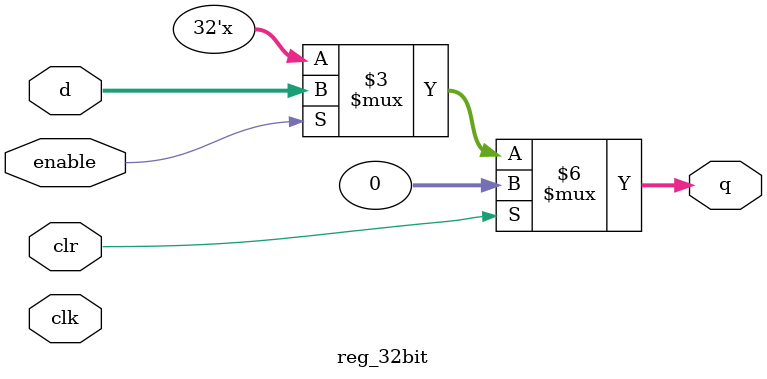
<source format=v>

module reg_32bit#(parameter val=0) (
    input wire clk,
    input wire clr,
    input wire enable, 
    input wire [31:0] d,
    output reg [31:0] q
);
    always@(clk) begin
        if (clr) begin
            q[31:0] <= 32'b0;
        end
        else if(enable) begin
            q[31:0]<=d[31:0];
        end
    end
    initial q=val; 
endmodule


// somewhere in ur datapath module, 
//reg_32bit R1(clk, clr, r1_enable, bus_contents, r1_data_out);
//reg_32bit Zlow(clk, clr, Z_enable, bus_contents, Zlow_data_out);
</source>
